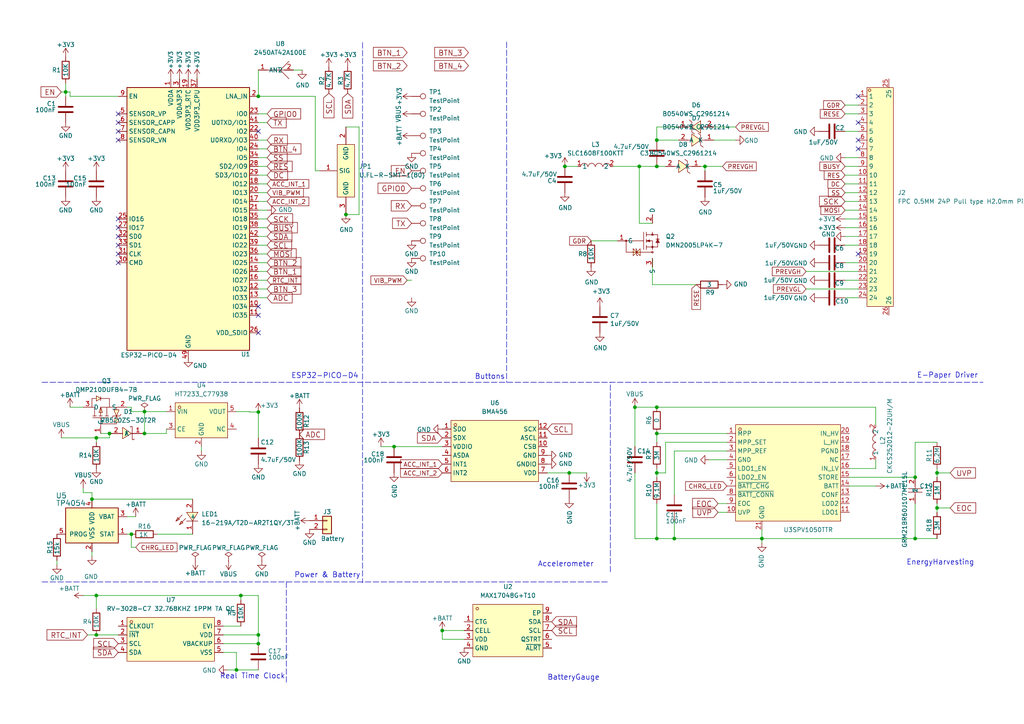
<source format=kicad_sch>
(kicad_sch (version 20231120) (generator "eeschema") (generator_version "8.0")
  (paper "A4")
  (title_block (title "Watchy") (rev "1.5"))
  (junction (at 27.94 172.72))
  (junction (at 265.43 156.21))
  (junction (at 220.98 156.21))
  (junction (at 114.3 129.54))
  (junction (at 38.1 154.94))
  (junction (at 165.1 137.16))
  (junction (at 19.05 26.67))
  (junction (at 190.5 137.16))
  (junction (at 27.94 127))
  (junction (at 31.75 125.73))
  (junction (at 184.15 118.11))
  (junction (at 26.67 144.78))
  (junction (at 27.94 184.15))
  (junction (at 190.5 40.64))
  (junction (at 271.78 147.32))
  (junction (at 74.93 27.94))
  (junction (at 100.33 62.23))
  (junction (at 69.85 172.72))
  (junction (at 190.5 125.73))
  (junction (at 190.5 118.11))
  (junction (at 41.91 119.38))
  (junction (at 74.93 184.15))
  (junction (at 271.78 137.16))
  (junction (at 265.43 138.43))
  (junction (at 128.27 182.88))
  (junction (at 74.93 186.69))
  (junction (at 163.83 48.26))
  (junction (at 190.5 48.26))
  (junction (at 185.42 48.26))
  (junction (at 41.91 125.73))
  (junction (at 204.47 48.26))
  (junction (at 68.58 194.31))
  (junction (at 195.58 156.21))
  (junction (at 190.5 156.21))
  (junction (at 74.93 119.507))
  (no_connect (at 34.29 35.56))
  (no_connect (at 74.93 91.44))
  (no_connect (at 248.92 43.18))
  (no_connect (at 248.92 73.66))
  (no_connect (at 248.92 40.64))
  (no_connect (at 34.29 38.1))
  (no_connect (at 248.92 27.94))
  (no_connect (at 34.29 40.64))
  (no_connect (at 34.29 68.58))
  (no_connect (at 74.93 38.1))
  (no_connect (at 34.29 63.5))
  (no_connect (at 34.29 76.2))
  (no_connect (at 248.92 35.56))
  (no_connect (at 34.29 66.04))
  (no_connect (at 34.29 33.02))
  (no_connect (at 74.93 88.9))
  (no_connect (at 74.93 96.52))
  (no_connect (at 34.29 73.66))
  (no_connect (at 34.29 71.12))
  (wire (pts (xy 134.62 185.42) (xy 128.27 185.42)))
  (wire (pts (xy 254 133.35) (xy 254 135.89)))
  (wire (pts (xy 20.32 27.94) (xy 20.32 26.67)))
  (wire (pts (xy 64.77 184.15) (xy 74.93 184.15)))
  (wire (pts (xy 128.27 182.88) (xy 134.62 182.88)))
  (wire (pts (xy 72.39 119.507) (xy 74.93 119.507)))
  (wire (pts (xy 185.42 64.77) (xy 189.23 64.77)))
  (wire (pts (xy 190.5 146.05) (xy 190.5 156.21)))
  (wire (pts (xy 271.78 137.16) (xy 271.78 135.89)))
  (wire (pts (xy 24.13 142.875) (xy 24.13 141.605)))
  (wire (pts (xy 66.04 194.31) (xy 68.58 194.31)))
  (wire (pts (xy 190.5 125.73) (xy 210.82 125.73)))
  (wire (pts (xy 190.5 36.83) (xy 196.85 36.83)))
  (wire (pts (xy 193.04 128.27) (xy 210.82 128.27)))
  (wire (pts (xy 248.92 66.04) (xy 245.11 66.04)))
  (wire (pts (xy 77.47 63.5) (xy 74.93 63.5)))
  (wire (pts (xy 190.5 118.11) (xy 184.15 118.11)))
  (wire (pts (xy 189.23 82.55) (xy 201.93 82.55)))
  (wire (pts (xy 74.93 86.36) (xy 77.47 86.36)))
  (wire (pts (xy 185.42 48.26) (xy 190.5 48.26)))
  (wire (pts (xy 77.47 45.72) (xy 74.93 45.72)))
  (wire (pts (xy 20.32 26.67) (xy 19.05 26.67)))
  (wire (pts (xy 27.94 184.15) (xy 34.29 184.15)))
  (wire (pts (xy 248.92 78.74) (xy 233.807 78.74)))
  (wire (pts (xy 190.5 125.73) (xy 190.5 128.27)))
  (wire (pts (xy 77.47 58.42) (xy 74.93 58.42)))
  (wire (pts (xy 220.98 157.48) (xy 220.98 156.21)))
  (wire (pts (xy 195.58 156.21) (xy 220.98 156.21)))
  (wire (pts (xy 271.78 138.43) (xy 271.78 137.16)))
  (wire (pts (xy 16.51 162.56) (xy 16.51 163.83)))
  (wire (pts (xy 74.93 27.94) (xy 91.44 27.94)))
  (wire (pts (xy 74.93 194.31) (xy 68.58 194.31)))
  (wire (pts (xy 265.43 156.21) (xy 220.98 156.21)))
  (wire (pts (xy 248.92 83.82) (xy 233.807 83.82)))
  (wire (pts (xy 74.93 119.507) (xy 74.93 127)))
  (wire (pts (xy 77.47 71.12) (xy 74.93 71.12)))
  (wire (pts (xy 36.83 118.11) (xy 38.1 118.11)))
  (wire (pts (xy 26.67 142.875) (xy 26.67 144.78)))
  (wire (pts (xy 248.92 76.2) (xy 245.11 76.2)))
  (wire (pts (xy 54.61 22.86) (xy 54.61 22.606)))
  (wire (pts (xy 77.47 55.88) (xy 74.93 55.88)))
  (polyline (pts (xy 12.192 168.783) (xy 176.149 168.783)) (stroke (width 0) (type dash)))
  (wire (pts (xy 41.91 125.73) (xy 48.26 125.73)))
  (wire (pts (xy 17.78 127) (xy 27.94 127)))
  (wire (pts (xy 74.93 186.69) (xy 74.93 184.15)))
  (wire (pts (xy 246.38 140.97) (xy 254 140.97)))
  (wire (pts (xy 26.67 144.78) (xy 55.88 144.78)))
  (wire (pts (xy 64.77 181.61) (xy 69.85 181.61)))
  (wire (pts (xy 165.1 137.16) (xy 158.75 137.16)))
  (wire (pts (xy 100.33 36.83) (xy 104.14 36.83)))
  (wire (pts (xy 275.59 137.16) (xy 271.78 137.16)))
  (wire (pts (xy 190.5 135.89) (xy 190.5 137.16)))
  (wire (pts (xy 110.49 129.54) (xy 114.3 129.54)))
  (wire (pts (xy 193.04 137.16) (xy 193.04 128.27)))
  (wire (pts (xy 195.58 130.81) (xy 195.58 143.51)))
  (wire (pts (xy 254 135.89) (xy 246.38 135.89)))
  (wire (pts (xy 265.43 146.05) (xy 265.43 156.21)))
  (wire (pts (xy 77.47 81.28) (xy 74.93 81.28)))
  (wire (pts (xy 271.78 156.21) (xy 265.43 156.21)))
  (wire (pts (xy 184.15 137.16) (xy 184.15 156.21)))
  (wire (pts (xy 77.47 35.56) (xy 74.93 35.56)))
  (wire (pts (xy 31.75 125.73) (xy 29.21 125.73)))
  (wire (pts (xy 91.44 49.53) (xy 92.71 49.53)))
  (wire (pts (xy 77.47 78.74) (xy 74.93 78.74)))
  (wire (pts (xy 203.2 48.26) (xy 204.47 48.26)))
  (wire (pts (xy 275.59 147.32) (xy 271.78 147.32)))
  (wire (pts (xy 190.5 36.83) (xy 190.5 40.64)))
  (wire (pts (xy 77.47 66.04) (xy 74.93 66.04)))
  (wire (pts (xy 248.92 71.12) (xy 245.11 71.12)))
  (wire (pts (xy 77.47 76.2) (xy 74.93 76.2)))
  (wire (pts (xy 38.1 154.94) (xy 38.1 158.75)))
  (wire (pts (xy 41.91 119.38) (xy 41.91 125.73)))
  (wire (pts (xy 77.47 68.58) (xy 74.93 68.58)))
  (wire (pts (xy 254 118.11) (xy 254 123.19)))
  (wire (pts (xy 248.92 38.1) (xy 245.11 38.1)))
  (wire (pts (xy 68.58 189.23) (xy 64.77 189.23)))
  (wire (pts (xy 128.27 185.42) (xy 128.27 182.88)))
  (wire (pts (xy 208.28 146.05) (xy 210.82 146.05)))
  (wire (pts (xy 39.37 158.75) (xy 38.1 158.75)))
  (wire (pts (xy 54.61 104.14) (xy 54.61 103.886)))
  (wire (pts (xy 77.47 60.96) (xy 74.93 60.96)))
  (wire (pts (xy 177.8 48.26) (xy 185.42 48.26)))
  (wire (pts (xy 248.92 55.88) (xy 245.11 55.88)))
  (wire (pts (xy 205.74 133.35) (xy 210.82 133.35)))
  (wire (pts (xy 41.91 119.38) (xy 48.26 119.38)))
  (wire (pts (xy 246.38 138.43) (xy 265.43 138.43)))
  (wire (pts (xy 27.94 127) (xy 31.75 127)))
  (wire (pts (xy 265.43 138.43) (xy 265.43 128.27)))
  (wire (pts (xy 207.01 40.64) (xy 213.36 40.64)))
  (wire (pts (xy 38.1 118.11) (xy 38.1 119.38)))
  (wire (pts (xy 114.3 129.54) (xy 128.27 129.54)))
  (wire (pts (xy 248.92 68.58) (xy 245.11 68.58)))
  (wire (pts (xy 26.67 142.875) (xy 24.13 142.875)))
  (wire (pts (xy 36.83 154.94) (xy 38.1 154.94)))
  (wire (pts (xy 31.75 127) (xy 31.75 125.73)))
  (wire (pts (xy 190.5 137.16) (xy 190.5 138.43)))
  (wire (pts (xy 74.93 172.72) (xy 69.85 172.72)))
  (wire (pts (xy 87.63 20.32) (xy 85.09 20.32)))
  (wire (pts (xy 190.5 156.21) (xy 195.58 156.21)))
  (wire (pts (xy 52.07 22.86) (xy 52.07 22.606)))
  (wire (pts (xy 190.5 40.64) (xy 196.85 40.64)))
  (wire (pts (xy 248.92 60.96) (xy 245.11 60.96)))
  (wire (pts (xy 49.53 22.86) (xy 49.53 22.606)))
  (wire (pts (xy 68.58 189.23) (xy 68.58 194.31)))
  (wire (pts (xy 184.15 156.21) (xy 190.5 156.21)))
  (wire (pts (xy 184.15 129.54) (xy 184.15 118.11)))
  (wire (pts (xy 19.05 24.13) (xy 19.05 26.67)))
  (wire (pts (xy 91.44 27.94) (xy 91.44 49.53)))
  (wire (pts (xy 195.58 151.13) (xy 195.58 156.21)))
  (wire (pts (xy 57.15 22.86) (xy 57.15 22.606)))
  (wire (pts (xy 58.42 129.54) (xy 58.42 130.81)))
  (wire (pts (xy 118.11 81.28) (xy 119.38 81.28)))
  (wire (pts (xy 27.94 172.72) (xy 27.94 176.53)))
  (wire (pts (xy 190.5 137.16) (xy 193.04 137.16)))
  (wire (pts (xy 248.92 86.36) (xy 245.11 86.36)))
  (wire (pts (xy 27.94 127) (xy 27.94 128.27)))
  (wire (pts (xy 220.98 153.67) (xy 220.98 156.21)))
  (wire (pts (xy 25.4 184.15) (xy 27.94 184.15)))
  (wire (pts (xy 19.05 26.67) (xy 19.05 27.94)))
  (wire (pts (xy 248.92 33.02) (xy 245.11 33.02)))
  (wire (pts (xy 48.26 124.46) (xy 48.26 125.73)))
  (wire (pts (xy 77.47 43.18) (xy 74.93 43.18)))
  (wire (pts (xy 254 118.11) (xy 190.5 118.11)))
  (wire (pts (xy 171.45 69.85) (xy 179.07 69.85)))
  (wire (pts (xy 104.14 62.23) (xy 100.33 62.23)))
  (wire (pts (xy 207.01 36.83) (xy 213.36 36.83)))
  (wire (pts (xy 77.47 73.66) (xy 74.93 73.66)))
  (wire (pts (xy 72.39 119.507) (xy 72.39 119.38)))
  (wire (pts (xy 248.92 48.26) (xy 245.11 48.26)))
  (wire (pts (xy 69.85 172.72) (xy 27.94 172.72)))
  (wire (pts (xy 210.82 130.81) (xy 195.58 130.81)))
  (wire (pts (xy 209.55 48.26) (xy 204.47 48.26)))
  (polyline (pts (xy 12.192 110.871) (xy 285.115 110.871)) (stroke (width 0) (type dash)))
  (wire (pts (xy 185.42 64.77) (xy 185.42 48.26)))
  (wire (pts (xy 17.78 26.67) (xy 19.05 26.67)))
  (wire (pts (xy 170.18 137.16) (xy 165.1 137.16)))
  (polyline (pts (xy 146.939 12.192) (xy 146.939 110.871)) (stroke (width 0) (type dash)))
  (wire (pts (xy 69.85 173.99) (xy 69.85 172.72)))
  (polyline (pts (xy 83.058 168.783) (xy 83.058 197.993)) (stroke (width 0) (type dash)))
  (polyline (pts (xy 177.038 165.862) (xy 177.038 110.871)) (stroke (width 0) (type dash)))
  (wire (pts (xy 74.93 27.94) (xy 74.93 20.32)))
  (wire (pts (xy 248.92 81.28) (xy 245.11 81.28)))
  (wire (pts (xy 189.23 74.93) (xy 189.23 82.55)))
  (wire (pts (xy 271.78 147.32) (xy 271.78 146.05)))
  (wire (pts (xy 77.47 40.64) (xy 74.93 40.64)))
  (wire (pts (xy 34.29 27.94) (xy 20.32 27.94)))
  (wire (pts (xy 163.83 48.26) (xy 167.64 48.26)))
  (wire (pts (xy 77.47 48.26) (xy 74.93 48.26)))
  (polyline (pts (xy 105.156 12.319) (xy 105.156 169.037)) (stroke (width 0) (type dash)))
  (wire (pts (xy 271.78 148.59) (xy 271.78 147.32)))
  (wire (pts (xy 74.93 184.15) (xy 74.93 172.72)))
  (wire (pts (xy 45.72 154.94) (xy 55.88 154.94)))
  (wire (pts (xy 77.47 33.02) (xy 74.93 33.02)))
  (wire (pts (xy 248.92 50.8) (xy 245.11 50.8)))
  (wire (pts (xy 36.83 149.86) (xy 39.37 149.86)))
  (wire (pts (xy 72.39 119.38) (xy 68.58 119.38)))
  (wire (pts (xy 248.92 63.5) (xy 245.11 63.5)))
  (wire (pts (xy 204.47 48.26) (xy 204.47 49.53)))
  (wire (pts (xy 77.47 83.82) (xy 74.93 83.82)))
  (wire (pts (xy 248.92 58.42) (xy 245.11 58.42)))
  (wire (pts (xy 77.47 50.8) (xy 74.93 50.8)))
  (wire (pts (xy 190.5 48.26) (xy 193.04 48.26)))
  (wire (pts (xy 265.43 128.27) (xy 271.78 128.27)))
  (wire (pts (xy 64.77 186.69) (xy 74.93 186.69)))
  (wire (pts (xy 248.92 45.72) (xy 245.11 45.72)))
  (wire (pts (xy 208.28 148.59) (xy 210.82 148.59)))
  (wire (pts (xy 20.32 118.11) (xy 24.13 118.11)))
  (wire (pts (xy 248.92 53.34) (xy 245.11 53.34)))
  (wire (pts (xy 38.1 119.38) (xy 41.91 119.38)))
  (wire (pts (xy 104.14 36.83) (xy 104.14 62.23)))
  (wire (pts (xy 248.92 30.48) (xy 245.11 30.48)))
  (wire (pts (xy 26.67 161.29) (xy 26.67 160.02)))
  (wire (pts (xy 24.13 172.72) (xy 27.94 172.72)))
  (wire (pts (xy 77.47 53.34) (xy 74.93 53.34)))
  (text "E-Paper Driver" (at 265.938 109.855 0) (effects (font (size 1.524 1.524)) (justify left bottom)))
  (text "Real Time Clock" (at 63.754 197.104 0) (effects (font (size 1.524 1.524)) (justify left bottom)))
  (text "Accelerometer" (at 155.956 164.592 0) (effects (font (size 1.524 1.524)) (justify left bottom)))
  (text "BatteryGauge" (at 158.75 197.485 0) (effects (font (size 1.524 1.524)) (justify left bottom)))
  (text "Buttons" (at 137.668 110.236 0) (effects (font (size 1.524 1.524)) (justify left bottom)))
  (text "Power & Battery" (at 85.344 167.767 0) (effects (font (size 1.524 1.524)) (justify left bottom)))
  (text "ESP32-PICO-D4" (at 84.455 109.982 0) (effects (font (size 1.524 1.524)) (justify left bottom)))
  (text "EnergyHarvesting" (at 262.89 164.084 0) (effects (font (size 1.524 1.524)) (justify left bottom)))
  (global_label "RX" (shape input) (at 77.47 40.64 0) (effects (font (size 1.524 1.524))) (property "Intersheetrefs" "${INTERSHEET_REFS}" (effects (hide yes))))
  (global_label "TX" (shape input) (at 119.38 64.77 180) (effects (font (size 1.524 1.524))) (property "Intersheetrefs" "${INTERSHEET_REFS}" (effects (hide yes))))
  (global_label "SDA" (shape input) (at 100.838 27.051 270) (effects (font (size 1.524 1.524))) (property "Intersheetrefs" "${INTERSHEET_REFS}" (effects (hide yes))))
  (global_label "CHRG_LED" (shape input) (at 210.82 140.97 180) (property "Intersheetrefs" "${INTERSHEET_REFS}" (effects (hide yes))))
  (global_label "RTC_INT" (shape input) (at 77.47 81.28 0) (property "Intersheetrefs" "${INTERSHEET_REFS}" (effects (hide yes))))
  (global_label "ADC" (shape input) (at 86.868 125.984 0) (effects (font (size 1.524 1.524))) (property "Intersheetrefs" "${INTERSHEET_REFS}" (effects (hide yes))))
  (global_label "CHRG_LED" (shape input) (at 39.37 158.75 0) (property "Intersheetrefs" "${INTERSHEET_REFS}" (effects (hide yes))))
  (global_label "EN" (shape input) (at 119.38 49.53 180) (effects (font (size 1.524 1.524))) (property "Intersheetrefs" "${INTERSHEET_REFS}" (effects (hide yes))))
  (global_label "PREVGH" (shape input) (at 233.807 78.74 180) (property "Intersheetrefs" "${INTERSHEET_REFS}" (effects (hide yes))))
  (global_label "RX" (shape input) (at 119.38 59.69 180) (effects (font (size 1.524 1.524))) (property "Intersheetrefs" "${INTERSHEET_REFS}" (effects (hide yes))))
  (global_label "DC" (shape input) (at 77.47 50.8 0) (effects (font (size 1.524 1.524))) (property "Intersheetrefs" "${INTERSHEET_REFS}" (effects (hide yes))))
  (global_label "EOC" (shape input) (at 208.28 146.05 180) (effects (font (size 1.524 1.524))) (property "Intersheetrefs" "${INTERSHEET_REFS}" (effects (hide yes))))
  (global_label "GDR" (shape input) (at 171.45 69.85 180) (property "Intersheetrefs" "${INTERSHEET_REFS}" (effects (hide yes))))
  (global_label "ACC_INT_2" (shape input) (at 128.27 137.16 180) (property "Intersheetrefs" "${INTERSHEET_REFS}" (effects (hide yes))))
  (global_label "SS" (shape input) (at 77.47 45.72 0) (effects (font (size 1.524 1.524))) (property "Intersheetrefs" "${INTERSHEET_REFS}" (effects (hide yes))))
  (global_label "GPIO0" (shape input) (at 77.47 33.02 0) (effects (font (size 1.524 1.524))) (property "Intersheetrefs" "${INTERSHEET_REFS}" (effects (hide yes))))
  (global_label "VIB_PWM" (shape input) (at 77.47 55.88 0) (property "Intersheetrefs" "${INTERSHEET_REFS}" (effects (hide yes))))
  (global_label "UVP" (shape input) (at 208.28 148.59 180) (effects (font (size 1.524 1.524))) (property "Intersheetrefs" "${INTERSHEET_REFS}" (effects (hide yes))))
  (global_label "BTN_3" (shape input) (at 135.89 15.24 180) (effects (font (size 1.524 1.524))) (property "Intersheetrefs" "${INTERSHEET_REFS}" (effects (hide yes))))
  (global_label "SCL" (shape input) (at 160.02 182.88 0) (effects (font (size 1.524 1.524))) (property "Intersheetrefs" "${INTERSHEET_REFS}" (effects (hide yes))))
  (global_label "MOSI" (shape input) (at 245.11 60.96 180) (property "Intersheetrefs" "${INTERSHEET_REFS}" (effects (hide yes))))
  (global_label "VIB_PWM" (shape input) (at 118.11 81.28 180) (property "Intersheetrefs" "${INTERSHEET_REFS}" (effects (hide yes))))
  (global_label "SS" (shape input) (at 245.11 55.88 180) (property "Intersheetrefs" "${INTERSHEET_REFS}" (effects (hide yes))))
  (global_label "BUSY" (shape input) (at 77.47 66.04 0) (effects (font (size 1.524 1.524))) (property "Intersheetrefs" "${INTERSHEET_REFS}" (effects (hide yes))))
  (global_label "SCK" (shape input) (at 77.47 63.5 0) (effects (font (size 1.524 1.524))) (property "Intersheetrefs" "${INTERSHEET_REFS}" (effects (hide yes))))
  (global_label "RESE" (shape input) (at 245.11 33.02 180) (property "Intersheetrefs" "${INTERSHEET_REFS}" (effects (hide yes))))
  (global_label "RES" (shape input) (at 77.47 48.26 0) (effects (font (size 1.524 1.524))) (property "Intersheetrefs" "${INTERSHEET_REFS}" (effects (hide yes))))
  (global_label "SCL" (shape input) (at 77.47 71.12 0) (effects (font (size 1.524 1.524))) (property "Intersheetrefs" "${INTERSHEET_REFS}" (effects (hide yes))))
  (global_label "SCL" (shape input) (at 95.377 27.051 270) (effects (font (size 1.524 1.524))) (property "Intersheetrefs" "${INTERSHEET_REFS}" (effects (hide yes))))
  (global_label "PREVGH" (shape input) (at 209.55 48.26 0) (property "Intersheetrefs" "${INTERSHEET_REFS}" (effects (hide yes))))
  (global_label "DC" (shape input) (at 245.11 53.34 180) (property "Intersheetrefs" "${INTERSHEET_REFS}" (effects (hide yes))))
  (global_label "RESE" (shape input) (at 201.93 82.55 270) (property "Intersheetrefs" "${INTERSHEET_REFS}" (effects (hide yes))))
  (global_label "SCK" (shape input) (at 245.11 58.42 180) (effects (font (size 1.524 1.524))) (property "Intersheetrefs" "${INTERSHEET_REFS}" (effects (hide yes))))
  (global_label "GDR" (shape input) (at 245.11 30.48 180) (property "Intersheetrefs" "${INTERSHEET_REFS}" (effects (hide yes))))
  (global_label "EN" (shape input) (at 17.78 26.67 180) (effects (font (size 1.524 1.524))) (property "Intersheetrefs" "${INTERSHEET_REFS}" (effects (hide yes))))
  (global_label "EOC" (shape input) (at 275.59 147.32 0) (effects (font (size 1.524 1.524))) (property "Intersheetrefs" "${INTERSHEET_REFS}" (effects (hide yes))))
  (global_label "BTN_4" (shape input) (at 135.89 19.05 180) (effects (font (size 1.524 1.524))) (property "Intersheetrefs" "${INTERSHEET_REFS}" (effects (hide yes))))
  (global_label "PREVGL" (shape input) (at 233.807 83.82 180) (property "Intersheetrefs" "${INTERSHEET_REFS}" (effects (hide yes))))
  (global_label "BTN_2" (shape input) (at 118.11 19.05 180) (effects (font (size 1.524 1.524))) (property "Intersheetrefs" "${INTERSHEET_REFS}" (effects (hide yes))))
  (global_label "TX" (shape input) (at 77.47 35.56 0) (effects (font (size 1.524 1.524))) (property "Intersheetrefs" "${INTERSHEET_REFS}" (effects (hide yes))))
  (global_label "ACC_INT_1" (shape input) (at 128.27 134.62 180) (property "Intersheetrefs" "${INTERSHEET_REFS}" (effects (hide yes))))
  (global_label "SDA" (shape input) (at 77.47 68.58 0) (effects (font (size 1.524 1.524))) (property "Intersheetrefs" "${INTERSHEET_REFS}" (effects (hide yes))))
  (global_label "SDA" (shape input) (at 128.27 127 180) (effects (font (size 1.524 1.524))) (property "Intersheetrefs" "${INTERSHEET_REFS}" (effects (hide yes))))
  (global_label "ADC" (shape input) (at 77.47 86.36 0) (effects (font (size 1.524 1.524))) (property "Intersheetrefs" "${INTERSHEET_REFS}" (effects (hide yes))))
  (global_label "PREVGL" (shape input) (at 213.36 36.83 0) (property "Intersheetrefs" "${INTERSHEET_REFS}" (effects (hide yes))))
  (global_label "BTN_2" (shape input) (at 77.47 76.2 0) (effects (font (size 1.524 1.524))) (property "Intersheetrefs" "${INTERSHEET_REFS}" (effects (hide yes))))
  (global_label "GPIO0" (shape input) (at 119.38 54.61 180) (effects (font (size 1.524 1.524))) (property "Intersheetrefs" "${INTERSHEET_REFS}" (effects (hide yes))))
  (global_label "ACC_INT_1" (shape input) (at 77.47 53.34 0) (property "Intersheetrefs" "${INTERSHEET_REFS}" (effects (hide yes))))
  (global_label "BTN_1" (shape input) (at 77.47 78.74 0) (effects (font (size 1.524 1.524))) (property "Intersheetrefs" "${INTERSHEET_REFS}" (effects (hide yes))))
  (global_label "SCL" (shape input) (at 158.75 124.46 0) (effects (font (size 1.524 1.524))) (property "Intersheetrefs" "${INTERSHEET_REFS}" (effects (hide yes))))
  (global_label "ACC_INT_2" (shape input) (at 77.47 58.42 0) (property "Intersheetrefs" "${INTERSHEET_REFS}" (effects (hide yes))))
  (global_label "BUSY" (shape input) (at 245.11 48.26 180) (property "Intersheetrefs" "${INTERSHEET_REFS}" (effects (hide yes))))
  (global_label "RES" (shape input) (at 245.11 50.8 180) (property "Intersheetrefs" "${INTERSHEET_REFS}" (effects (hide yes))))
  (global_label "BTN_4" (shape input) (at 77.47 43.18 0) (effects (font (size 1.524 1.524))) (property "Intersheetrefs" "${INTERSHEET_REFS}" (effects (hide yes))))
  (global_label "UVP" (shape input) (at 275.59 137.16 0) (effects (font (size 1.524 1.524))) (property "Intersheetrefs" "${INTERSHEET_REFS}" (effects (hide yes))))
  (global_label "SCL" (shape input) (at 34.29 186.69 180) (effects (font (size 1.524 1.524))) (property "Intersheetrefs" "${INTERSHEET_REFS}" (effects (hide yes))))
  (global_label "SDA" (shape input) (at 160.02 180.34 0) (effects (font (size 1.524 1.524))) (property "Intersheetrefs" "${INTERSHEET_REFS}" (effects (hide yes))))
  (global_label "BTN_3" (shape input) (at 77.47 83.82 0) (effects (font (size 1.524 1.524))) (property "Intersheetrefs" "${INTERSHEET_REFS}" (effects (hide yes))))
  (global_label "SDA" (shape input) (at 34.29 189.23 180) (effects (font (size 1.524 1.524))) (property "Intersheetrefs" "${INTERSHEET_REFS}" (effects (hide yes))))
  (global_label "RTC_INT" (shape input) (at 25.4 184.15 180) (effects (font (size 1.524 1.524))) (property "Intersheetrefs" "${INTERSHEET_REFS}" (effects (hide yes))))
  (global_label "MOSI" (shape input) (at 77.47 73.66 0) (effects (font (size 1.524 1.524))) (property "Intersheetrefs" "${INTERSHEET_REFS}" (effects (hide yes))))
  (global_label "BTN_1" (shape input) (at 118.11 15.24 180) (effects (font (size 1.524 1.524))) (property "Intersheetrefs" "${INTERSHEET_REFS}" (effects (hide yes))))
  (symbol (lib_id "Watchy-rescue:GND-power") (at 54.61 103.886 0) (unit 1)
    (property "Reference" "#PWR036" (effects (hide yes)))
    (property "Value" "GND" (at 58.039 106.045 0))
  )
  (symbol (lib_id "Device:R") (at 19.05 20.32 0) (unit 1)
    (property "Reference" "R1" (at 16.383 20.32 0))
    (property "Value" "10K" (at 19.05 20.32 90))
    (property "Footprint" "Resistors_SMD:R_0402" (effects (hide yes)))
  )
  (symbol (lib_id "Device:C") (at 19.05 31.75 0) (mirror y) (unit 1)
    (property "Reference" "C1" (at 16.256 30.099 0) (effects (justify left)))
    (property "Value" "100nF" (at 16.256 31.877 0) (effects (justify left)))
    (property "Footprint" "Capacitor_SMD:C_0402_1005Metric" (effects (hide yes)))
  )
  (symbol (lib_id "Device:R") (at 86.868 122.174 0) (unit 1)
    (property "Reference" "R12" (at 88.9 122.174 90))
    (property "Value" "100K" (at 86.868 122.174 90))
    (property "Footprint" "Resistors_SMD:R_0402" (effects (hide yes)))
  )
  (symbol (lib_id "Device:R") (at 86.868 129.794 0) (unit 1)
    (property "Reference" "R13" (at 88.9 129.794 90))
    (property "Value" "100K" (at 86.868 129.794 90))
    (property "Footprint" "Resistor_SMD:R_0402_1005Metric" (effects (hide yes)))
  )
  (symbol (lib_id "Watchy-rescue:GND-power") (at 86.868 133.604 0) (unit 1)
    (property "Reference" "#PWR046" (effects (hide yes)))
    (property "Value" "GND" (at 86.868 137.414 0))
  )
  (symbol (lib_id "Watchy-rescue:+BATT-power") (at 86.868 118.364 0) (unit 1)
    (property "Reference" "#PWR037" (effects (hide yes)))
    (property "Value" "+BATT" (at 86.868 114.808 0))
  )
  (symbol (lib_id "Watchy-rescue:+BATT-power") (at 20.32 118.11 0) (unit 1)
    (property "Reference" "#PWR038" (effects (hide yes)))
    (property "Value" "+BATT" (at 20.32 114.554 0))
  )
  (symbol (lib_id "Watchy-rescue:VBUS-power") (at 17.78 127 0) (unit 1)
    (property "Reference" "#PWR043" (effects (hide yes)))
    (property "Value" "VBUS" (at 17.78 123.19 0))
  )
  (symbol (lib_id "Device:R") (at 27.94 132.08 0) (unit 1)
    (property "Reference" "R14" (at 24.765 132.08 0))
    (property "Value" "10K" (at 27.94 132.08 90))
    (property "Footprint" "Resistors_SMD:R_0402" (effects (hide yes)))
  )
  (symbol (lib_id "Watchy-rescue:GND-power") (at 27.94 135.89 0) (unit 1)
    (property "Reference" "#PWR048" (effects (hide yes)))
    (property "Value" "GND" (at 27.94 139.7 0))
  )
  (symbol (lib_id "Device:C") (at 74.93 130.81 0) (unit 1)
    (property "Reference" "C12" (at 75.565 128.27 0) (effects (justify left)))
    (property "Value" "4.7uF/50V" (at 75.565 133.35 0) (effects (justify left)))
    (property "Footprint" "Capacitor_SMD:C_0402_1005Metric" (effects (hide yes)))
  )
  (symbol (lib_id "Watchy-rescue:+3V3-power") (at 74.93 119.507 0) (unit 1)
    (property "Reference" "#PWR039" (effects (hide yes)))
    (property "Value" "+3V3" (at 78.105 117.602 0))
  )
  (symbol (lib_id "Watchy-rescue:GND-power") (at 74.93 134.62 0) (unit 1)
    (property "Reference" "#PWR047" (effects (hide yes)))
    (property "Value" "GND" (at 74.93 138.43 0))
  )
  (symbol (lib_id "Watchy-rescue:MCP73831-2-OT-Battery_Management") (at 26.67 152.4 0) (unit 1)
    (property "Reference" "U5" (at 17.78 143.764 0) (effects (font (size 1.524 1.524))))
    (property "Value" "TP4054" (at 20.574 145.923 0) (effects (font (size 1.524 1.524))))
    (property "Footprint" "TO_SOT_Packages_SMD:SOT-23-5" (effects (hide yes)))
  )
  (symbol (lib_id "Watchy-rescue:VBUS-power") (at 24.13 141.605 0) (unit 1)
    (property "Reference" "#PWR052" (effects (hide yes)))
    (property "Value" "VBUS" (at 24.13 137.795 0))
  )
  (symbol (lib_id "Device:R") (at 41.91 154.94 270) (unit 1)
    (property "Reference" "R16" (at 41.91 152.654 90))
    (property "Value" "1K" (at 41.656 155.067 90))
    (property "Footprint" "Resistors_SMD:R_0402" (effects (hide yes)))
  )
  (symbol (lib_id "Watchy-rescue:GND-power") (at 26.67 161.29 0) (mirror y) (unit 1)
    (property "Reference" "#PWR057" (effects (hide yes)))
    (property "Value" "GND" (at 26.416 167.259 0))
  )
  (symbol (lib_id "Device:R") (at 16.51 158.75 180) (unit 1)
    (property "Reference" "R15" (at 14.478 158.75 90))
    (property "Value" "15k" (at 16.51 159.004 90))
    (property "Footprint" "Resistors_SMD:R_0402" (effects (hide yes)))
  )
  (symbol (lib_id "Watchy-rescue:GND-power") (at 16.51 163.83 0) (unit 1)
    (property "Reference" "#PWR055" (effects (hide yes)))
    (property "Value" "GND" (at 16.51 167.64 0))
  )
  (symbol (lib_id "Watchy-rescue:+BATT-power") (at 39.37 149.86 0) (unit 1)
    (property "Reference" "#PWR053" (effects (hide yes)))
    (property "Value" "+BATT" (at 39.37 146.304 0))
  )
  (symbol (lib_id "Connector_Generic:Conn_01x02") (at 94.869 151.003 0) (unit 1)
    (property "Reference" "J3" (at 94.869 148.463 0))
    (property "Value" "Battery" (at 96.52 156.21 0))
    (property "Footprint" "Inductor_SMD:L_Chilisin_BMRA00040420" (effects (hide yes)))
  )
  (symbol (lib_id "Watchy-rescue:+BATT-power") (at 89.789 151.003 90) (unit 1)
    (property "Reference" "#PWR054" (effects (hide yes)))
    (property "Value" "+BATT" (at 86.233 151.003 0))
  )
  (symbol (lib_id "Watchy-rescue:GND-power") (at 89.789 153.543 0) (unit 1)
    (property "Reference" "#PWR056" (effects (hide yes)))
    (property "Value" "GND" (at 89.789 157.353 0))
  )
  (symbol (lib_id "Watchy-rescue:PWR_FLAG-power") (at 41.91 119.38 0) (unit 1)
    (property "Reference" "#FLG02" (effects (hide yes)))
    (property "Value" "PWR_FLAG" (at 41.91 115.57 0))
  )
  (symbol (lib_id "Device:R") (at 95.377 23.241 0) (unit 1)
    (property "Reference" "R2" (at 93.345 24.765 90) (effects (justify left)))
    (property "Value" "4.7K" (at 95.377 25.527 90) (effects (justify left)))
    (property "Footprint" "Resistors_SMD:R_0402" (effects (hide yes)))
  )
  (symbol (lib_id "Watchy-rescue:+3V3-power") (at 95.377 19.431 0) (unit 1)
    (property "Reference" "#PWR02" (effects (hide yes)))
    (property "Value" "+3V3" (at 95.377 15.875 0))
  )
  (symbol (lib_id "Device:R") (at 100.838 23.241 0) (unit 1)
    (property "Reference" "R3" (at 98.806 24.765 90) (effects (justify left)))
    (property "Value" "4.7K" (at 100.838 25.527 90) (effects (justify left)))
    (property "Footprint" "Resistors_SMD:R_0402" (effects (hide yes)))
  )
  (symbol (lib_id "Watchy-rescue:+3V3-power") (at 100.838 19.431 0) (unit 1)
    (property "Reference" "#PWR03" (effects (hide yes)))
    (property "Value" "+3V3" (at 100.838 15.875 0))
  )
  (symbol (lib_id "Watchy-rescue:+3V3-power") (at 52.07 22.606 0) (unit 1)
    (property "Reference" "#PWR05" (effects (hide yes)))
    (property "Value" "+3V3" (at 52.07 17.399 90))
  )
  (symbol (lib_id "Watchy-rescue:ESP32-PICO-D4-RF_Module") (at 54.61 63.5 0) (unit 1)
    (property "Reference" "U1" (at 71.247 102.743 0))
    (property "Value" "ESP32-PICO-D4" (at 43.18 102.997 0))
    (property "Footprint" "Housings_DFN_QFN:QFN-48-1EP_7x7mm_Pitch0.5mm" (effects (hide yes)))
    (property "Datasheet" "https://www.espressif.com/sites/default/files/documentation/esp32-pico-d4_datasheet_en.pdf" (effects (hide yes)))
  )
  (symbol (lib_id "Watchy-rescue:+3V3-power") (at 49.53 22.606 0) (unit 1)
    (property "Reference" "#PWR04" (effects (hide yes)))
    (property "Value" "+3V3" (at 49.53 17.399 90))
  )
  (symbol (lib_id "Watchy-rescue:+3V3-power") (at 54.61 22.606 0) (unit 1)
    (property "Reference" "#PWR06" (effects (hide yes)))
    (property "Value" "+3V3" (at 54.61 17.399 90))
  )
  (symbol (lib_id "Watchy-rescue:+3V3-power") (at 57.15 22.606 0) (unit 1)
    (property "Reference" "#PWR07" (effects (hide yes)))
    (property "Value" "+3V3" (at 57.15 17.399 90))
  )
  (symbol (lib_id "Watchy-rescue:GND-power") (at 87.63 20.32 0) (unit 1)
    (property "Reference" "#PWR08" (effects (hide yes)))
    (property "Value" "GND" (at 87.757 24.7142 0))
  )
  (symbol (lib_id "Watchy-rescue:GND-power") (at 77.47 60.96 90) (unit 1)
    (property "Reference" "#PWR020" (effects (hide yes)))
    (property "Value" "GND" (at 80.7212 60.833 90) (effects (justify right)))
  )
  (symbol (lib_id "Watchy-rescue:+3.3V-power") (at 173.99 88.9 0) (unit 1)
    (property "Reference" "#PWR024" (effects (hide yes)))
    (property "Value" "+3V3" (at 174.371 84.5058 0))
  )
  (symbol (lib_id "Device:C") (at 173.99 92.71 0) (unit 1)
    (property "Reference" "C7" (at 176.911 91.5416 0) (effects (justify left)))
    (property "Value" "1uF/50V" (at 176.911 93.853 0) (effects (justify left)))
    (property "Footprint" "Capacitor_SMD:C_0402_1005Metric" (effects (hide yes)))
  )
  (symbol (lib_id "Watchy-rescue:GND-power") (at 173.99 96.52 0) (unit 1)
    (property "Reference" "#PWR028" (effects (hide yes)))
    (property "Value" "GND" (at 174.117 100.9142 0))
  )
  (symbol (lib_id "Watchy-rescue:+3.3V-power") (at 163.83 48.26 0) (unit 1)
    (property "Reference" "#PWR016" (effects (hide yes)))
    (property "Value" "+3V3" (at 160.401 45.212 0))
  )
  (symbol (lib_id "Device:C") (at 163.83 52.07 0) (unit 1)
    (property "Reference" "C4" (at 158.75 52.451 0) (effects (justify left)))
    (property "Value" "4.7uF/50V" (at 151.257 50.546 0) (effects (justify left)))
    (property "Footprint" "Capacitors_SMD:C_0805" (effects (hide yes)))
  )
  (symbol (lib_id "Watchy-rescue:GND-power") (at 163.83 55.88 0) (unit 1)
    (property "Reference" "#PWR018" (effects (hide yes)))
    (property "Value" "GND" (at 163.957 60.2742 0))
  )
  (symbol (lib_id "Device:C") (at 190.5 44.45 0) (unit 1)
    (property "Reference" "C3" (at 185.547 44.45 0) (effects (justify left)))
    (property "Value" "4.7uF/50V" (at 177.927 42.545 0) (effects (justify left)))
    (property "Footprint" "Capacitor_SMD:C_0402_1005Metric" (effects (hide yes)))
  )
  (symbol (lib_id "Watchy-rescue:GND-power") (at 213.36 40.64 90) (unit 1)
    (property "Reference" "#PWR013" (effects (hide yes)))
    (property "Value" "GND" (at 215.9 40.767 90) (effects (justify right)))
  )
  (symbol (lib_id "Device:C") (at 204.47 53.34 0) (unit 1)
    (property "Reference" "C5" (at 206.756 53.594 0) (effects (justify left)))
    (property "Value" "1uF/50V" (at 206.756 55.372 0) (effects (justify left)))
    (property "Footprint" "Capacitor_SMD:C_0402_1005Metric" (effects (hide yes)))
  )
  (symbol (lib_id "Watchy-rescue:GND-power") (at 204.47 57.15 0) (unit 1)
    (property "Reference" "#PWR019" (effects (hide yes)))
    (property "Value" "GND" (at 204.597 61.5442 0))
  )
  (symbol (lib_id "Device:R") (at 171.45 73.66 0) (unit 1)
    (property "Reference" "R8" (at 167.64 73.66 0) (effects (justify left)))
    (property "Value" "10K" (at 171.45 75.565 90) (effects (justify left)))
    (property "Footprint" "Resistors_SMD:R_0402" (effects (hide yes)))
  )
  (symbol (lib_id "Device:R") (at 205.74 82.55 270) (unit 1)
    (property "Reference" "R9" (at 204.597 84.836 90) (effects (justify left)))
    (property "Value" "3" (at 204.978 82.55 90) (effects (justify left)))
    (property "Footprint" "Resistors_SMD:R_0402" (effects (hide yes)))
  )
  (symbol (lib_id "Watchy-rescue:GND-power") (at 171.45 77.47 0) (unit 1)
    (property "Reference" "#PWR031" (effects (hide yes)))
    (property "Value" "GND" (at 171.577 81.8642 0))
  )
  (symbol (lib_id "Watchy-rescue:GND-power") (at 209.55 82.55 90) (unit 1)
    (property "Reference" "#PWR030" (effects (hide yes)))
    (property "Value" "GND" (at 212.8012 82.423 90) (effects (justify right)))
  )
  (symbol (lib_id "Watchy-rescue:VBUS-power") (at 66.294 162.687 180) (unit 1)
    (property "Reference" "#PWR0103" (effects (hide yes)))
    (property "Value" "VBUS" (at 66.294 166.497 0))
  )
  (symbol (lib_id "Watchy-rescue:GND-power") (at 75.946 162.687 0) (unit 1)
    (property "Reference" "#PWR0104" (effects (hide yes)))
    (property "Value" "GND" (at 75.946 166.497 0))
  )
  (symbol (lib_id "Watchy-rescue:PWR_FLAG-power") (at 66.294 162.687 0) (unit 1)
    (property "Reference" "#FLG0101" (effects (hide yes)))
    (property "Value" "PWR_FLAG" (at 66.294 158.877 0))
  )
  (symbol (lib_id "Watchy-rescue:PWR_FLAG-power") (at 75.946 162.687 0) (unit 1)
    (property "Reference" "#FLG0102" (effects (hide yes)))
    (property "Value" "PWR_FLAG" (at 75.946 158.877 0))
  )
  (symbol (lib_id "Watchy-rescue:+BATT-power") (at 56.642 162.687 180) (unit 1)
    (property "Reference" "#PWR0105" (effects (hide yes)))
    (property "Value" "+BATT" (at 56.642 166.243 0))
  )
  (symbol (lib_id "Watchy-rescue:PWR_FLAG-power") (at 56.642 162.687 0) (unit 1)
    (property "Reference" "#FLG0103" (effects (hide yes)))
    (property "Value" "PWR_FLAG" (at 56.642 158.877 0))
  )
  (symbol (lib_id "Watchy-rescue:GND-power") (at 119.38 44.45 0) (unit 1)
    (property "Reference" "#PWR051" (effects (hide yes)))
    (property "Value" "GND" (at 119.38 48.26 0))
  )
  (symbol (lib_id "Watchy-rescue:+3V3-power") (at 19.05 16.51 0) (unit 1)
    (property "Reference" "#PWR01" (effects (hide yes)))
    (property "Value" "+3V3" (at 19.05 12.954 0))
  )
  (symbol (lib_id "easyeda2kicad:16-219A_T2D-AR2T1QY_3T") (at 55.88 149.86 90) (unit 1)
    (property "Reference" "LED1" (at 58.42 149.0999 90) (effects (justify right)))
    (property "Value" "16-219A/T2D-AR2T1QY/3T" (at 58.42 151.6399 90) (effects (justify right)))
    (property "Footprint" "easyeda2kicad:LED0402-R-RD" (effects (hide yes)))
    (property "Datasheet" "https://lcsc.com/product-detail/Light-Emitting-Diodes-LED_0402-White-patch_C74342.html" (effects (hide yes)))
    (property "LCSC Part" "C74342" (effects (hide yes)))
  )
  (symbol (lib_id "Device:R") (at 27.94 180.34 0) (mirror y) (unit 1)
    (property "Reference" "R4" (at 26.67 180.34 0) (effects (justify left)))
    (property "Value" "10K" (at 27.94 182.245 90) (effects (justify left)))
    (property "Footprint" "Capacitor_SMD:C_0402_1005Metric" (effects (hide yes)))
  )
  (symbol (lib_id "easyeda2kicad:RB520ZS-30T2R") (at 36.83 125.73 180) (unit 1)
    (property "Reference" "D1" (at 37.21 119.38 0))
    (property "Value" "RB520ZS-30T2R" (at 37.21 121.92 0))
    (property "Footprint" "easyeda2kicad:SOD-962_L0.6-W0.3-RD" (effects (hide yes)))
    (property "Datasheet" "https://lcsc.com/product-detail/Schottky-Barrier-Diodes-SBD_ROHM_RB520ZS-30T2R_RB520ZS-30T2R_C129266.html" (effects (hide yes)))
    (property "LCSC Part" "C129266" (effects (hide yes)))
  )
  (symbol (lib_id "Watchy-rescue:GND-power") (at 100.33 62.23 0) (unit 1)
    (property "Reference" "#PWR069" (effects (hide yes)))
    (property "Value" "GND" (at 100.457 66.6242 0))
  )
  (symbol (lib_id "Connector:TestPoint") (at 119.38 74.93 270) (unit 1)
    (property "Reference" "TP10" (at 124.46 73.6599 90) (effects (justify left)))
    (property "Value" "TestPoint" (at 124.46 76.1999 90) (effects (justify left)))
    (property "Footprint" "TestPoint:TestPoint_THTPad_D1.0mm_Drill0.5mm" (effects (hide yes)))
    (property "Description" "test point" (effects (hide yes)))
  )
  (symbol (lib_id "easyeda2kicad:HT7233_C77938") (at 58.42 121.92 0) (unit 1)
    (property "Reference" "U4" (at 58.42 111.76 0))
    (property "Value" "HT7233_C77938" (at 58.42 114.3 0))
    (property "Footprint" "easyeda2kicad:SOT-23-5_L3.0-W1.7-P0.95-LS2.8-BR" (effects (hide yes)))
    (property "Datasheet" "https://lcsc.com/product-detail/Low-Dropout-Regulators-LDO_HT7233_C77938.html" (effects (hide yes)))
    (property "LCSC Part" "C77938" (effects (hide yes)))
  )
  (symbol (lib_id "Device:R") (at 190.5 132.08 0) (unit 1)
    (property "Reference" "R7" (at 188.214 132.08 90))
    (property "Value" "3M" (at 190.5 132.08 90))
    (property "Footprint" "Resistor_SMD:R_0402_1005Metric" (effects (hide yes)))
  )
  (symbol (lib_id "easyeda2kicad:2450AT42A100E") (at 80.01 20.32 270) (unit 1)
    (property "Reference" "U8" (at 81.28 12.7 90))
    (property "Value" "2450AT42A100E" (at 81.28 15.24 90))
    (property "Footprint" "easyeda2kicad:ANT-SMD_L5.0-W2.0" (effects (hide yes)))
    (property "LCSC Part" "C2917719" (effects (hide yes)))
  )
  (symbol (lib_id "easyeda2kicad:U.FL-R-SMT-1(80)") (at 97.79 49.53 270) (unit 1)
    (property "Reference" "JP1" (at 104.14 48.2599 90) (effects (justify left)))
    (property "Value" "U.FL-R-SMT-1(80)" (at 104.14 50.7999 90) (effects (justify left)))
    (property "Footprint" "easyeda2kicad:RF-SMD_FRF05002-JSS103M" (effects (hide yes)))
    (property "Datasheet" "https://lcsc.com/product-detail/Connectors_HRS_U-FL-R-SMT-1-80_3310472280-IPE-XBoard-end-IPXConnector-SMD_C88374.html" (effects (hide yes)))
    (property "LCSC Part" "C88374" (effects (hide yes)))
  )
  (symbol (lib_id "Watchy-rescue:+3.3V-power") (at 245.11 63.5 90) (unit 1)
    (property "Reference" "#PWR029" (effects (hide yes)))
    (property "Value" "+3V3" (at 242.443 63.5 90) (effects (justify left)))
  )
  (symbol (lib_id "Device:C") (at 241.3 86.36 270) (unit 1)
    (property "Reference" "C10" (at 244.221 87.376 90))
    (property "Value" "1uF/50V" (at 225.679 86.36 90))
    (property "Footprint" "Capacitor_SMD:C_0402_1005Metric" (effects (hide yes)))
  )
  (symbol (lib_id "Connector:TestPoint") (at 119.38 59.69 270) (unit 1)
    (property "Reference" "TP7" (at 124.46 58.4199 90) (effects (justify left)))
    (property "Value" "TestPoint" (at 124.46 60.9599 90) (effects (justify left)))
    (property "Footprint" "TestPoint:TestPoint_THTPad_D1.0mm_Drill0.5mm" (effects (hide yes)))
    (property "Description" "test point" (effects (hide yes)))
  )
  (symbol (lib_id "Watchy-rescue:GND-power") (at 119.38 86.36 0) (unit 1)
    (property "Reference" "#PWR022" (effects (hide yes)))
    (property "Value" "GND" (at 119.38 90.17 0))
  )
  (symbol (lib_id "Connector:TestPoint") (at 119.38 39.37 270) (unit 1)
    (property "Reference" "TP3" (at 124.46 38.0999 90) (effects (justify left)))
    (property "Value" "TestPoint" (at 124.46 40.6399 90) (effects (justify left)))
    (property "Footprint" "TestPoint:TestPoint_THTPad_D1.0mm_Drill0.5mm" (effects (hide yes)))
    (property "Description" "test point" (effects (hide yes)))
  )
  (symbol (lib_id "Watchy-rescue:GND-power") (at 237.49 86.36 270) (unit 1)
    (property "Reference" "#PWR025" (effects (hide yes)))
    (property "Value" "GND" (at 234.2388 86.487 90) (effects (justify right)))
  )
  (symbol (lib_id "easyeda2kicad:GRM21BR60J107ME15L") (at 265.43 142.24 90) (unit 1)
    (property "Reference" "C19" (at 266.7 140.9699 90) (effects (justify right)))
    (property "Value" "GRM21BR60J107ME15L" (at 262.382 136.652 0) (effects (justify right)))
    (property "Footprint" "easyeda2kicad:C0805" (effects (hide yes)))
    (property "Datasheet" "https://lcsc.com/product-detail/Multilayer-Ceramic-Capacitors-MLCC-SMD-SMT_MuRata_GRM21BR60J107ME15L_100uF-107-20-6-3V_C141660.html" (effects (hide yes)))
    (property "LCSC Part" "C141660" (effects (hide yes)))
  )
  (symbol (lib_id "Watchy-rescue:GND-power") (at 119.38 74.93 0) (unit 1)
    (property "Reference" "#PWR017" (effects (hide yes)))
    (property "Value" "GND" (at 119.38 78.74 0))
  )
  (symbol (lib_id "Watchy-rescue:GND-power") (at 119.38 69.85 0) (unit 1)
    (property "Reference" "#PWR015" (effects (hide yes)))
    (property "Value" "GND" (at 119.38 73.66 0))
  )
  (symbol (lib_id "Watchy-rescue:GND-power") (at 158.75 132.08 90) (unit 1)
    (property "Reference" "#PWR050" (effects (hide yes)))
    (property "Value" "GND" (at 162.0012 131.953 90) (effects (justify right)))
  )
  (symbol (lib_id "Connector:TestPoint") (at 119.38 54.61 270) (unit 1)
    (property "Reference" "TP6" (at 124.46 53.3399 90) (effects (justify left)))
    (property "Value" "TestPoint" (at 124.46 55.8799 90) (effects (justify left)))
    (property "Footprint" "TestPoint:TestPoint_THTPad_D1.0mm_Drill0.5mm" (effects (hide yes)))
    (property "Description" "test point" (effects (hide yes)))
  )
  (symbol (lib_id "Connector:TestPoint") (at 119.38 64.77 270) (unit 1)
    (property "Reference" "TP8" (at 124.46 63.4999 90) (effects (justify left)))
    (property "Value" "TestPoint" (at 124.46 66.0399 90) (effects (justify left)))
    (property "Footprint" "TestPoint:TestPoint_THTPad_D1.0mm_Drill0.5mm" (effects (hide yes)))
    (property "Description" "test point" (effects (hide yes)))
    (property "CounterPart" "PogoPin  C5157382" (effects (hide yes)))
  )
  (symbol (lib_id "easyeda2kicad:CKCS252012-22UH_M") (at 254 128.27 90) (unit 1)
    (property "Reference" "L2" (at 256.032 127.762 0))
    (property "Value" "CKCS252012-22UH/M" (at 258.064 126.492 0))
    (property "Footprint" "easyeda2kicad:IND-SMD_L2.5-W2.0" (effects (hide yes)))
    (property "Datasheet" "https://lcsc.com/product-detail/Others_CENKER-CKCS252012-22uH-M_C354551.html" (effects (hide yes)))
    (property "LCSC Part" "C354551" (effects (hide yes)))
  )
  (symbol (lib_id "Watchy-rescue:GND-power") (at 237.49 76.2 270) (unit 1)
    (property "Reference" "#PWR021" (effects (hide yes)))
    (property "Value" "GND" (at 234.2388 76.327 90) (effects (justify right)))
  )
  (symbol (lib_id "Device:C") (at 184.15 133.35 0) (unit 1)
    (property "Reference" "C14" (at 184.785 130.81 0) (effects (justify left)))
    (property "Value" "4.7uF/50V" (at 182.626 139.954 90) (effects (justify left)))
    (property "Footprint" "Capacitor_SMD:C_0402_1005Metric" (effects (hide yes)))
  )
  (symbol (lib_id "Watchy-rescue:GND-power") (at 114.3 137.16 0) (unit 1)
    (property "Reference" "#PWR033" (effects (hide yes)))
    (property "Value" "GND" (at 114.427 140.4112 90) (effects (justify right)))
  )
  (symbol (lib_id "Watchy-rescue:GND-power") (at 245.11 68.58 270) (unit 1)
    (property "Reference" "#PWR034" (effects (hide yes)))
    (property "Value" "GND" (at 242.316 67.945 90) (effects (justify right)))
  )
  (symbol (lib_id "Watchy-rescue:+BATT-power") (at 254 140.97 270) (unit 1)
    (property "Reference" "#PWR062" (effects (hide yes)))
    (property "Value" "+BATT" (at 259.588 140.97 90))
  )
  (symbol (lib_id "Device:R") (at 69.85 177.8 0) (mirror y) (unit 1)
    (property "Reference" "R5" (at 68.58 177.8 0) (effects (justify left)))
    (property "Value" "10K" (at 69.85 179.705 90) (effects (justify left)))
    (property "Footprint" "Capacitor_SMD:C_0402_1005Metric" (effects (hide yes)))
  )
  (symbol (lib_id "Device:C") (at 114.3 133.35 0) (mirror y) (unit 1)
    (property "Reference" "C18" (at 111.506 131.699 0) (effects (justify left)))
    (property "Value" "100nF" (at 111.506 133.477 0) (effects (justify left)))
    (property "Footprint" "Capacitor_SMD:C_0402_1005Metric" (effects (hide yes)))
  )
  (symbol (lib_id "Device:C") (at 19.05 53.34 0) (mirror y) (unit 1)
    (property "Reference" "C13" (at 16.256 51.689 0) (effects (justify left)))
    (property "Value" "100nF" (at 16.256 53.467 0) (effects (justify left)))
    (property "Footprint" "Capacitor_SMD:C_0402_1005Metric" (effects (hide yes)))
  )
  (symbol (lib_id "Connector:TestPoint") (at 119.38 33.02 270) (unit 1)
    (property "Reference" "TP2" (at 124.46 31.7499 90) (effects (justify left)))
    (property "Value" "TestPoint" (at 124.46 34.2899 90) (effects (justify left)))
    (property "Footprint" "TestPoint:TestPoint_THTPad_D1.0mm_Drill0.5mm" (effects (hide yes)))
    (property "Description" "test point" (effects (hide yes)))
  )
  (symbol (lib_id "easyeda2kicad:DMN2005LP4K-7") (at 184.15 69.85 0) (unit 1)
    (property "Reference" "Q2" (at 193.04 68.5799 0) (effects (justify left)))
    (property "Value" "DMN2005LP4K-7" (at 193.04 71.1199 0) (effects (justify left)))
    (property "Footprint" "easyeda2kicad:X2-DFN1006-3_L1.0-W0.6-P0.35-BL" (effects (hide yes)))
    (property "Datasheet" "https://lcsc.com/product-detail/MOSFET_DIODES_DMN2005LP4K-7_DMN2005LP4K-7_C154746.html" (effects (hide yes)))
    (property "LCSC Part" "C154746" (effects (hide yes)))
  )
  (symbol (lib_id "easyeda2kicad:SLC1608F100KTT") (at 172.72 48.26 0) (unit 1)
    (property "Reference" "L3" (at 172.72 41.91 0))
    (property "Value" "SLC1608F100KTT" (at 172.72 44.45 0))
    (property "Footprint" "easyeda2kicad:IND-SMD_L1.8-W1.2" (effects (hide yes)))
    (property "Datasheet" "https://lcsc.com/product-detail/Inductors-SMD_Sunltech-Tech-SLC1608F100KTT_C411908.html" (effects (hide yes)))
    (property "LCSC Part" "C411908" (effects (hide yes)))
  )
  (symbol (lib_id "easyeda2kicad:MAX17048G+T10") (at 147.32 182.88 0) (unit 1)
    (property "Reference" "U2" (at 147.32 170.18 0))
    (property "Value" "MAX17048G+T10" (at 147.32 172.72 0))
    (property "Footprint" "easyeda2kicad:DFN-8_L2.0-W2.0-P0.50-BL-EP" (effects (hide yes)))
    (property "LCSC Part" "C2682616" (effects (hide yes)))
  )
  (symbol (lib_id "Device:C") (at 241.3 76.2 270) (unit 1)
    (property "Reference" "C8" (at 243.459 77.089 90))
    (property "Value" "1uF/50V" (at 226.06 76.327 90))
    (property "Footprint" "Capacitor_SMD:C_0402_1005Metric" (effects (hide yes)))
  )
  (symbol (lib_id "Watchy-rescue:GND-power") (at 66.04 194.31 270) (unit 1)
    (property "Reference" "#PWR065" (effects (hide yes)))
    (property "Value" "GND" (at 62.7888 194.437 90) (effects (justify right)))
  )
  (symbol (lib_id "Device:C") (at 241.3 71.12 270) (unit 1)
    (property "Reference" "C6" (at 243.459 72.009 90))
    (property "Value" "1uF/50V" (at 226.06 71.12 90))
    (property "Footprint" "Capacitor_SMD:C_0402_1005Metric" (effects (hide yes)))
  )
  (symbol (lib_id "Watchy-rescue:+3V3-power") (at 19.05 49.53 0) (unit 1)
    (property "Reference" "#PWR063" (effects (hide yes)))
    (property "Value" "+3V3" (at 19.05 45.974 0))
  )
  (symbol (lib_id "Watchy-rescue:GND-power") (at 158.75 134.62 90) (unit 1)
    (property "Reference" "#PWR060" (effects (hide yes)))
    (property "Value" "GND" (at 162.0012 134.493 90) (effects (justify right)))
  )
  (symbol (lib_id "Watchy-rescue:+3V3-power") (at 170.18 137.16 180) (unit 1)
    (property "Reference" "#PWR049" (effects (hide yes)))
    (property "Value" "+3V3" (at 170.18 140.716 0))
  )
  (symbol (lib_id "Device:R") (at 271.78 142.24 0) (unit 1)
    (property "Reference" "R17" (at 269.494 142.24 90))
    (property "Value" "1M" (at 271.78 142.24 90))
    (property "Footprint" "Resistor_SMD:R_0402_1005Metric" (effects (hide yes)))
  )
  (symbol (lib_id "easyeda2kicad:BMA456") (at 143.51 130.81 0) (unit 1)
    (property "Reference" "U6" (at 143.51 116.84 0))
    (property "Value" "BMA456" (at 143.51 119.38 0))
    (property "Footprint" "easyeda2kicad:LGA-12_L2.0-W2.0-P0.50-BL" (effects (hide yes)))
    (property "Datasheet" "https://lcsc.com/product-detail/Others_Bosch-Sensortec_BMA456_Bosch-Sensortec-BMA456_C189518.html" (effects (hide yes)))
    (property "LCSC Part" "C189518" (effects (hide yes)))
  )
  (symbol (lib_id "Watchy-rescue:GND-power") (at 220.98 157.48 0) (mirror y) (unit 1)
    (property "Reference" "#PWR09" (effects (hide yes)))
    (property "Value" "GND" (at 220.853 160.7312 90) (effects (justify right)))
  )
  (symbol (lib_id "Watchy-rescue:GND-power") (at 134.62 187.96 0) (unit 1)
    (property "Reference" "#PWR061" (effects (hide yes)))
    (property "Value" "GND" (at 134.62 191.77 0))
  )
  (symbol (lib_id "easyeda2kicad:B0540WS_C2961214") (at 201.93 40.64 180) (unit 1)
    (property "Reference" "D7" (at 201.93 34.29 0))
    (property "Value" "B0540WS_C2961214" (at 201.93 36.83 0))
    (property "Footprint" "easyeda2kicad:SOD-323_L1.7-W1.3-LS2.6-RD-1" (effects (hide yes)))
    (property "LCSC Part" "C2961214" (effects (hide yes)))
  )
  (symbol (lib_id "Watchy-rescue:+BATT-power") (at 128.27 182.88 0) (unit 1)
    (property "Reference" "#PWR059" (effects (hide yes)))
    (property "Value" "+BATT" (at 128.27 179.324 0))
  )
  (symbol (lib_id "Watchy-rescue:VBUS-power") (at 119.38 33.02 90) (unit 1)
    (property "Reference" "#PWR044" (effects (hide yes)))
    (property "Value" "VBUS" (at 115.57 33.02 0))
  )
  (symbol (lib_id "Watchy-rescue:GND-power") (at 165.1 144.78 0) (unit 1)
    (property "Reference" "#PWR027" (effects (hide yes)))
    (property "Value" "GND" (at 165.227 148.0312 90) (effects (justify right)))
  )
  (symbol (lib_id "Device:R") (at 271.78 132.08 0) (unit 1)
    (property "Reference" "R11" (at 269.494 132.08 90))
    (property "Value" "6,2M" (at 271.78 132.08 90))
    (property "Footprint" "Resistor_SMD:R_0402_1005Metric" (effects (hide yes)))
  )
  (symbol (lib_id "easyeda2kicad:FPC0.5MM24PPulltypeH2.0mmPickup") (at 252.73 57.15 0) (unit 1)
    (property "Reference" "J2" (at 260.35 55.8799 0) (effects (justify left)))
    (property "Value" "FPC 0.5MM 24P Pull type H2.0mm Pick up" (at 260.35 58.4199 0) (effects (justify left)))
    (property "Footprint" "easyeda2kicad:FPC-SMD_24P-L17.5-W5.4-P0.50" (effects (hide yes)))
    (property "Datasheet" "https://lcsc.com/product-detail/FPC-Connectors_FPC-0-5mmpitch-24P-H2-0mm-Pull-type-Pick-up_C11092.html" (effects (hide yes)))
    (property "LCSC Part" "C11092" (effects (hide yes)))
  )
  (symbol (lib_id "Watchy-rescue:GND-power") (at 205.74 133.35 270) (unit 1)
    (property "Reference" "#PWR010" (effects (hide yes)))
    (property "Value" "GND" (at 202.4888 133.477 90) (effects (justify right)))
  )
  (symbol (lib_id "Device:C") (at 165.1 140.97 0) (mirror y) (unit 1)
    (property "Reference" "C16" (at 162.306 139.319 0) (effects (justify left)))
    (property "Value" "100nF" (at 162.306 141.097 0) (effects (justify left)))
    (property "Footprint" "Capacitor_SMD:C_0402_1005Metric" (effects (hide yes)))
  )
  (symbol (lib_id "Watchy-rescue:VBUS-power") (at 184.15 118.11 0) (unit 1)
    (property "Reference" "#PWR035" (effects (hide yes)))
    (property "Value" "VBUS" (at 184.15 114.3 0))
  )
  (symbol (lib_id "Watchy-rescue:GND-power") (at 237.49 38.1 270) (unit 1)
    (property "Reference" "#PWR012" (effects (hide yes)))
    (property "Value" "GND" (at 234.2388 38.227 90) (effects (justify right)))
  )
  (symbol (lib_id "easyeda2kicad:B0540WS_C2961214") (at 198.12 48.26 180) (unit 1)
    (property "Reference" "D8" (at 198.12 41.91 0))
    (property "Value" "B0540WS_C2961214" (at 198.12 44.45 0))
    (property "Footprint" "easyeda2kicad:SOD-323_L1.7-W1.3-LS2.6-RD-1" (effects (hide yes)))
    (property "LCSC Part" "C2961214" (effects (hide yes)))
  )
  (symbol (lib_id "easyeda2kicad:B0540WS_C2961214") (at 201.93 36.83 0) (unit 1)
    (property "Reference" "D6" (at 201.93 30.48 0))
    (property "Value" "B0540WS_C2961214" (at 201.93 33.02 0))
    (property "Footprint" "easyeda2kicad:SOD-323_L1.7-W1.3-LS2.6-RD-1" (effects (hide yes)))
    (property "LCSC Part" "C2961214" (effects (hide yes)))
  )
  (symbol (lib_id "Watchy-rescue:+3V3-power") (at 119.38 27.94 90) (unit 1)
    (property "Reference" "#PWR041" (effects (hide yes)))
    (property "Value" "+3V3" (at 115.824 27.94 0))
  )
  (symbol (lib_id "Watchy-rescue:GND-power") (at 19.05 35.56 0) (unit 1)
    (property "Reference" "#PWR011" (effects (hide yes)))
    (property "Value" "GND" (at 19.05 39.37 0))
  )
  (symbol (lib_id "Watchy-rescue:GND-power") (at 27.94 57.15 0) (unit 1)
    (property "Reference" "#PWR068" (effects (hide yes)))
    (property "Value" "GND" (at 27.94 60.96 0))
  )
  (symbol (lib_id "Device:R") (at 271.78 152.4 0) (unit 1)
    (property "Reference" "R18" (at 269.494 152.4 90))
    (property "Value" "3M" (at 271.78 152.4 90))
    (property "Footprint" "Resistor_SMD:R_0402_1005Metric" (effects (hide yes)))
  )
  (symbol (lib_id "easyeda2kicad:RV-3028-C732.768KHZ1PPMTAQC") (at 49.53 185.42 0) (unit 1)
    (property "Reference" "U7" (at 49.53 173.99 0))
    (property "Value" "RV-3028-C7 32.768KHZ 1PPM TA QC" (at 49.53 176.53 0))
    (property "Footprint" "easyeda2kicad:OSC-SMD_8P-L3.2-W1.5-P0.90-BL" (effects (hide yes)))
    (property "LCSC Part" "C3019759" (effects (hide yes)))
  )
  (symbol (lib_id "Connector:TestPoint") (at 119.38 49.53 270) (unit 1)
    (property "Reference" "TP5" (at 124.46 48.2599 90) (effects (justify left)))
    (property "Value" "TestPoint" (at 124.46 50.7999 90) (effects (justify left)))
    (property "Footprint" "TestPoint:TestPoint_THTPad_D1.0mm_Drill0.5mm" (effects (hide yes)))
    (property "Description" "test point" (effects (hide yes)))
  )
  (symbol (lib_id "easyeda2kicad:SPV1050TTR") (at 228.6 137.16 0) (unit 1)
    (property "Reference" "U3" (at 228.6 153.67 0))
    (property "Value" "SPV1050TTR" (at 235.712 153.67 0))
    (property "Footprint" "easyeda2kicad:WQFN-20_L3.0-W3.0-P0.40-BL-EP1.7" (effects (hide yes)))
    (property "LCSC Part" "C5181469" (effects (hide yes)))
  )
  (symbol (lib_id "Device:C") (at 74.93 190.5 0) (unit 1)
    (property "Reference" "C17" (at 77.724 188.849 0) (effects (justify left)))
    (property "Value" "100nF" (at 77.724 190.627 0) (effects (justify left)))
    (property "Footprint" "Capacitor_SMD:C_0402_1005Metric" (effects (hide yes)))
  )
  (symbol (lib_id "Device:C") (at 195.58 147.32 0) (unit 1)
    (property "Reference" "C11" (at 193.04 149.352 0) (effects (justify left)))
    (property "Value" "100nF" (at 193.04 151.13 0) (effects (justify left)))
    (property "Footprint" "Capacitor_SMD:C_0402_1005Metric" (effects (hide yes)))
  )
  (symbol (lib_id "Watchy-rescue:+3V3-power") (at 110.49 129.54 0) (unit 1)
    (property "Reference" "#PWR045" (effects (hide yes)))
    (property "Value" "+3V3" (at 110.49 125.984 0))
  )
  (symbol (lib_id "Device:R") (at 190.5 121.92 0) (unit 1)
    (property "Reference" "R6" (at 188.214 121.92 90))
    (property "Value" "0" (at 190.5 121.92 90))
    (property "Footprint" "Resistor_SMD:R_0402_1005Metric" (effects (hide yes)))
  )
  (symbol (lib_id "Connector:TestPoint") (at 119.38 27.94 270) (unit 1)
    (property "Reference" "TP1" (at 124.46 26.6699 90) (effects (justify left)))
    (property "Value" "TestPoint" (at 124.46 29.2099 90) (effects (justify left)))
    (property "Footprint" "TestPoint:TestPoint_THTPad_D1.0mm_Drill0.5mm" (effects (hide yes)))
    (property "Description" "test point" (effects (hide yes)))
  )
  (symbol (lib_id "easyeda2kicad:DMP210DUFB4-7B") (at 31.75 120.65 90) (unit 1)
    (property "Reference" "Q3" (at 30.86 110.49 90))
    (property "Value" "DMP210DUFB4-7B" (at 30.86 113.03 90))
    (property "Footprint" "easyeda2kicad:X2-DFN1006-3_L1.0-W0.6-BR" (effects (hide yes)))
    (property "Datasheet" "https://lcsc.com/product-detail/MOSFET_Diodes-Incorporated-DMP210DUFB4-7B_C443620.html" (effects (hide yes)))
    (property "LCSC Part" "C443620" (effects (hide yes)))
  )
  (symbol (lib_id "Watchy-rescue:GND-power") (at 128.27 124.46 270) (unit 1)
    (property "Reference" "#PWR042" (effects (hide yes)))
    (property "Value" "GND" (at 125.0188 124.587 90) (effects (justify right)))
  )
  (symbol (lib_id "Watchy-rescue:GND-power") (at 245.11 45.72 270) (unit 1)
    (property "Reference" "#PWR026" (effects (hide yes)))
    (property "Value" "GND" (at 241.8588 45.847 90) (effects (justify right)))
  )
  (symbol (lib_id "Watchy-rescue:+BATT-power") (at 24.13 172.72 90) (unit 1)
    (property "Reference" "#PWR066" (effects (hide yes)))
    (property "Value" "+BATT" (at 20.066 170.688 90))
  )
  (symbol (lib_id "Watchy-rescue:+3V3-power") (at 27.94 49.53 0) (unit 1)
    (property "Reference" "#PWR064" (effects (hide yes)))
    (property "Value" "+3V3" (at 27.94 45.974 0))
  )
  (symbol (lib_id "Watchy-rescue:GND-power") (at 237.49 81.28 270) (unit 1)
    (property "Reference" "#PWR023" (effects (hide yes)))
    (property "Value" "GND" (at 234.2388 81.407 90) (effects (justify right)))
  )
  (symbol (lib_id "Watchy-rescue:GND-power") (at 58.42 130.81 0) (unit 1)
    (property "Reference" "#PWR040" (effects (hide yes)))
    (property "Value" "GND" (at 58.42 134.62 0))
  )
  (symbol (lib_id "Device:R") (at 190.5 142.24 0) (unit 1)
    (property "Reference" "R10" (at 188.214 142.24 90))
    (property "Value" "9,1M" (at 190.5 142.24 90))
    (property "Footprint" "Resistor_SMD:R_0402_1005Metric" (effects (hide yes)))
  )
  (symbol (lib_id "Device:C") (at 241.3 38.1 270) (unit 1)
    (property "Reference" "C2" (at 243.586 37.084 90))
    (property "Value" "1uF/50V" (at 238.76 41.275 90))
    (property "Footprint" "Capacitor_SMD:C_0402_1005Metric" (effects (hide yes)))
  )
  (symbol (lib_id "Watchy-rescue:+3.3V-power") (at 245.11 66.04 90) (unit 1)
    (property "Reference" "#PWR032" (effects (hide yes)))
    (property "Value" "+3V3" (at 242.443 66.04 90) (effects (justify left)))
  )
  (symbol (lib_id "Watchy-rescue:GND-power") (at 237.49 71.12 270) (unit 1)
    (property "Reference" "#PWR014" (effects (hide yes)))
    (property "Value" "GND" (at 234.2388 71.247 90) (effects (justify right)))
  )
  (symbol (lib_id "Device:C") (at 241.3 81.28 270) (unit 1)
    (property "Reference" "C9" (at 243.459 82.169 90))
    (property "Value" "1uF/50V" (at 225.679 81.28 90))
    (property "Footprint" "Capacitor_SMD:C_0402_1005Metric" (effects (hide yes)))
  )
  (symbol (lib_id "Device:C") (at 27.94 53.34 0) (mirror y) (unit 1)
    (property "Reference" "C15" (at 25.146 51.689 0) (effects (justify left)))
    (property "Value" "100nF" (at 25.146 53.467 0) (effects (justify left)))
    (property "Footprint" "Capacitor_SMD:C_0402_1005Metric" (effects (hide yes)))
  )
  (symbol (lib_id "Watchy-rescue:+BATT-power") (at 119.38 39.37 90) (unit 1)
    (property "Reference" "#PWR058" (effects (hide yes)))
    (property "Value" "+BATT" (at 115.824 39.37 0))
  )
  (symbol (lib_id "Watchy-rescue:GND-power") (at 19.05 57.15 0) (unit 1)
    (property "Reference" "#PWR067" (effects (hide yes)))
    (property "Value" "GND" (at 19.05 60.96 0))
  )
  (symbol (lib_id "Connector:TestPoint") (at 119.38 44.45 270) (unit 1)
    (property "Reference" "TP4" (at 124.46 43.1799 90) (effects (justify left)))
    (property "Value" "TestPoint" (at 124.46 45.7199 90) (effects (justify left)))
    (property "Footprint" "TestPoint:TestPoint_THTPad_D1.0mm_Drill0.5mm" (effects (hide yes)))
    (property "Description" "test point" (effects (hide yes)))
  )
  (symbol (lib_id "Connector:TestPoint") (at 119.38 69.85 270) (unit 1)
    (property "Reference" "TP9" (at 124.46 68.5799 90) (effects (justify left)))
    (property "Value" "TestPoint" (at 124.46 71.1199 90) (effects (justify left)))
    (property "Footprint" "TestPoint:TestPoint_THTPad_D1.0mm_Drill0.5mm" (effects (hide yes)))
    (property "Description" "test point" (effects (hide yes)))
  )
)
</source>
